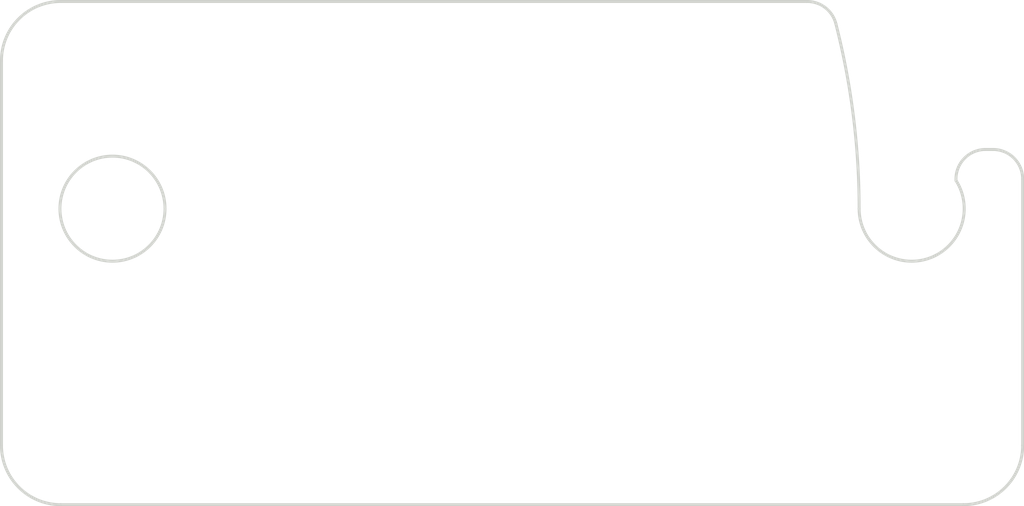
<source format=kicad_pcb>
(kicad_pcb
	(version 20241229)
	(generator "pcbnew")
	(generator_version "9.0")
	(general
		(thickness 1.6)
		(legacy_teardrops no)
	)
	(paper "A4")
	(layers
		(0 "F.Cu" signal)
		(2 "B.Cu" signal)
		(9 "F.Adhes" user "F.Adhesive")
		(11 "B.Adhes" user "B.Adhesive")
		(13 "F.Paste" user)
		(15 "B.Paste" user)
		(5 "F.SilkS" user "F.Silkscreen")
		(7 "B.SilkS" user "B.Silkscreen")
		(1 "F.Mask" user)
		(3 "B.Mask" user)
		(17 "Dwgs.User" user "User.Drawings")
		(19 "Cmts.User" user "User.Comments")
		(21 "Eco1.User" user "User.Eco1")
		(23 "Eco2.User" user "User.Eco2")
		(25 "Edge.Cuts" user)
		(27 "Margin" user)
		(31 "F.CrtYd" user "F.Courtyard")
		(29 "B.CrtYd" user "B.Courtyard")
		(35 "F.Fab" user)
		(33 "B.Fab" user)
		(39 "User.1" user)
		(41 "User.2" user)
		(43 "User.3" user)
		(45 "User.4" user)
	)
	(setup
		(pad_to_mask_clearance 0)
		(allow_soldermask_bridges_in_footprints no)
		(tenting front back)
		(pcbplotparams
			(layerselection 0x00000000_00000000_55555555_5755f5ff)
			(plot_on_all_layers_selection 0x00000000_00000000_00000000_00000000)
			(disableapertmacros no)
			(usegerberextensions no)
			(usegerberattributes yes)
			(usegerberadvancedattributes yes)
			(creategerberjobfile yes)
			(dashed_line_dash_ratio 12.000000)
			(dashed_line_gap_ratio 3.000000)
			(svgprecision 4)
			(plotframeref no)
			(mode 1)
			(useauxorigin no)
			(hpglpennumber 1)
			(hpglpenspeed 20)
			(hpglpendiameter 15.000000)
			(pdf_front_fp_property_popups yes)
			(pdf_back_fp_property_popups yes)
			(pdf_metadata yes)
			(pdf_single_document no)
			(dxfpolygonmode yes)
			(dxfimperialunits yes)
			(dxfusepcbnewfont yes)
			(psnegative no)
			(psa4output no)
			(plot_black_and_white yes)
			(sketchpadsonfab no)
			(plotpadnumbers no)
			(hidednponfab no)
			(sketchdnponfab yes)
			(crossoutdnponfab yes)
			(subtractmaskfromsilk no)
			(outputformat 1)
			(mirror no)
			(drillshape 1)
			(scaleselection 1)
			(outputdirectory "")
		)
	)
	(net 0 "")
	(gr_line
		(start 130.5 108)
		(end 130.5 99)
		(stroke
			(width 0.1)
			(type default)
		)
		(layer "Edge.Cuts")
		(uuid "061361de-00e2-4eac-bd75-fe94ed421d15")
	)
	(gr_arc
		(start 96 95)
		(mid 96.585786 93.585786)
		(end 98 93)
		(stroke
			(width 0.1)
			(type default)
		)
		(layer "Edge.Cuts")
		(uuid "201931b7-7178-4b9c-bfed-569c9bcfe37b")
	)
	(gr_arc
		(start 128.246794 99.033883)
		(mid 128.247009 99.040247)
		(end 128.247222 99.046611)
		(stroke
			(width 0.1)
			(type default)
		)
		(layer "Edge.Cuts")
		(uuid "3076124a-b0d0-4e5b-83ee-112ffa02b958")
	)
	(gr_line
		(start 129.5 98)
		(end 129.246219 98)
		(stroke
			(width 0.1)
			(type default)
		)
		(layer "Edge.Cuts")
		(uuid "4d01f7bf-6767-441f-808a-88b3cef53f3b")
	)
	(gr_line
		(start 96 108)
		(end 96 95)
		(stroke
			(width 0.1)
			(type default)
		)
		(layer "Edge.Cuts")
		(uuid "503f6ab4-7473-42dd-b35d-7a622accd7a6")
	)
	(gr_circle
		(center 99.75 100)
		(end 99.75 101.775)
		(stroke
			(width 0.1)
			(type default)
		)
		(fill no)
		(layer "Edge.Cuts")
		(uuid "68306443-fcc0-43bb-b480-8628896e2bde")
	)
	(gr_arc
		(start 98 110)
		(mid 96.585786 109.414214)
		(end 96 108)
		(stroke
			(width 0.1)
			(type default)
		)
		(layer "Edge.Cuts")
		(uuid "86919415-294e-4223-b709-36d70566b299")
	)
	(gr_arc
		(start 130.5 108)
		(mid 129.914214 109.414214)
		(end 128.5 110)
		(stroke
			(width 0.1)
			(type default)
		)
		(layer "Edge.Cuts")
		(uuid "9a253f65-f0d9-4686-af7b-7e789ee747c5")
	)
	(gr_line
		(start 98 93)
		(end 123.220212 93)
		(stroke
			(width 0.1)
			(type default)
		)
		(layer "Edge.Cuts")
		(uuid "a04ef7cc-28ba-4bc4-8832-f1c72420cdc1")
	)
	(gr_arc
		(start 128.246794 99.033883)
		(mid 128.527233 98.304976)
		(end 129.246219 98)
		(stroke
			(width 0.1)
			(type default)
		)
		(layer "Edge.Cuts")
		(uuid "b3726fdc-ec55-47ae-a6e8-c0e88cc361b1")
	)
	(gr_arc
		(start 123.220212 93)
		(mid 123.833528 93.210164)
		(end 124.18905 93.752322)
		(stroke
			(width 0.1)
			(type default)
		)
		(layer "Edge.Cuts")
		(uuid "d6a8ddb2-321c-44f8-be58-40d6d1c8261a")
	)
	(gr_arc
		(start 124.18905 93.752322)
		(mid 124.777742 96.85154)
		(end 124.975 100)
		(stroke
			(width 0.1)
			(type default)
		)
		(layer "Edge.Cuts")
		(uuid "d80b39f7-43b0-466c-a471-58ee4594ccd5")
	)
	(gr_arc
		(start 128.247222 99.046611)
		(mid 127.246516 101.704141)
		(end 124.975 100)
		(stroke
			(width 0.1)
			(type default)
		)
		(layer "Edge.Cuts")
		(uuid "d8c5597b-f7fb-4667-90ee-48963e2e8051")
	)
	(gr_arc
		(start 129.5 98)
		(mid 130.207107 98.292893)
		(end 130.5 99)
		(stroke
			(width 0.1)
			(type default)
		)
		(layer "Edge.Cuts")
		(uuid "ead3c8a8-8112-4898-8eb9-03e91c296a3c")
	)
	(gr_line
		(start 98 110)
		(end 128.5 110)
		(stroke
			(width 0.1)
			(type default)
		)
		(layer "Edge.Cuts")
		(uuid "f85c377b-c776-4425-93e3-57f46f36f074")
	)
	(embedded_fonts no)
)

</source>
